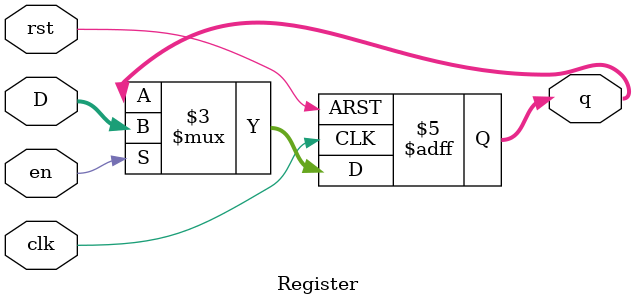
<source format=sv>
module Register #(parameter N = 4)(input logic clk, rst, en,
											  input logic [N-1:0] D,
											  output logic [N-1:0] q);
											  
											  
always_ff @(negedge clk or posedge rst)
	if (rst) q = 1'b0;
	
	else if (en)
		q = D;
	
	
									
endmodule
</source>
